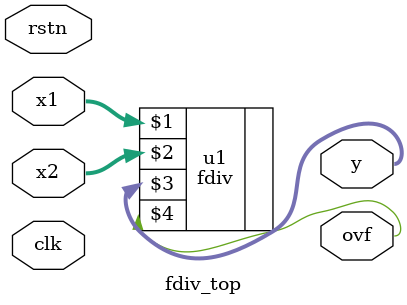
<source format=v>
module fdiv_top
   (  input wire [31:0]  x1,
      input wire [31:0]  x2,
      output wire [31:0] y,
      output wire        ovf,
      input wire        clk,
      input wire        rstn);

   fdiv u1(x1,x2,y,ovf);

endmodule
</source>
